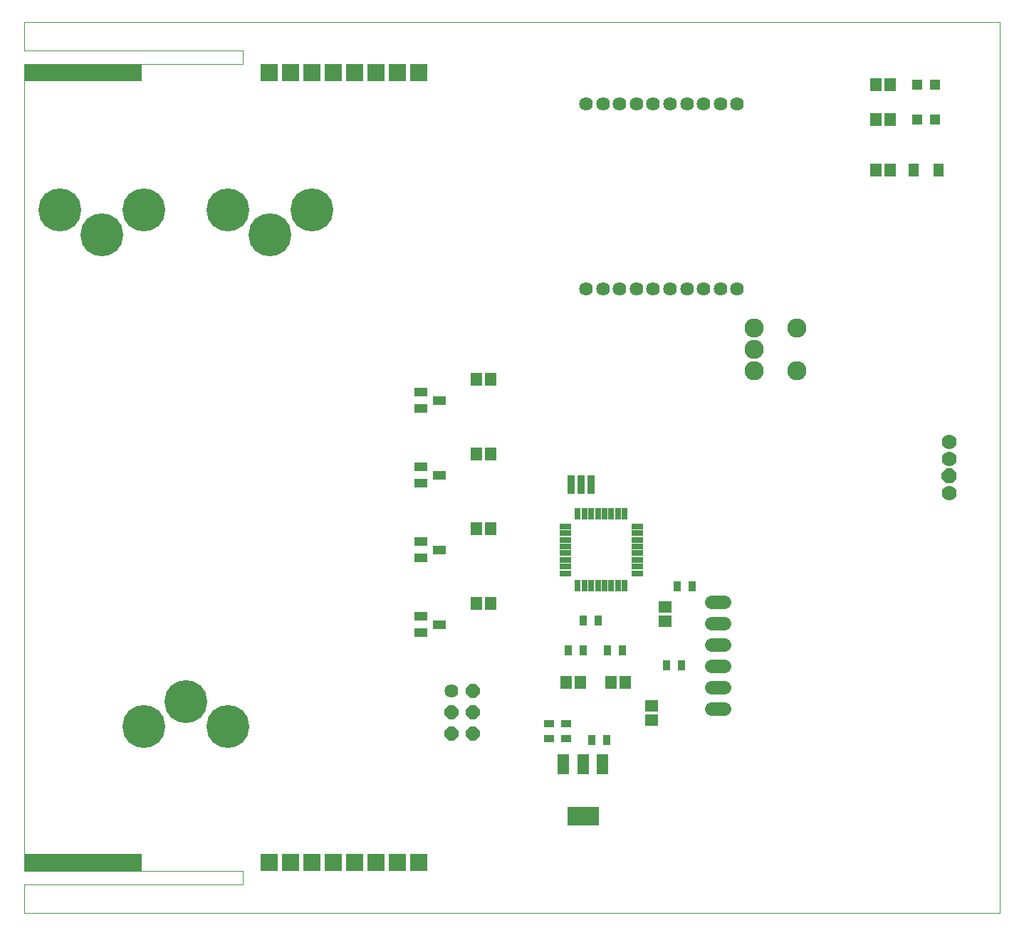
<source format=gts>
G75*
G70*
%OFA0B0*%
%FSLAX24Y24*%
%IPPOS*%
%LPD*%
%AMOC8*
5,1,8,0,0,1.08239X$1,22.5*
%
%ADD10C,0.0000*%
%ADD11R,0.5512X0.0787*%
%ADD12R,0.0631X0.0552*%
%ADD13R,0.0355X0.0512*%
%ADD14R,0.0512X0.0355*%
%ADD15C,0.0640*%
%ADD16OC8,0.0640*%
%ADD17R,0.0260X0.0540*%
%ADD18R,0.0540X0.0260*%
%ADD19R,0.0520X0.0920*%
%ADD20R,0.1457X0.0906*%
%ADD21C,0.0640*%
%ADD22R,0.0512X0.0591*%
%ADD23R,0.0552X0.0631*%
%ADD24R,0.0827X0.0827*%
%ADD25C,0.2009*%
%ADD26C,0.0900*%
%ADD27R,0.0591X0.0434*%
%ADD28R,0.0512X0.0512*%
%ADD29C,0.0700*%
%ADD30OC8,0.0700*%
%ADD31R,0.0355X0.0867*%
D10*
X000180Y000180D02*
X000180Y001519D01*
X010416Y001519D01*
X010416Y002149D01*
X000180Y002149D01*
X000180Y039944D01*
X010416Y039944D01*
X010416Y040574D01*
X000180Y040574D01*
X000180Y041912D01*
X045849Y041912D01*
X045849Y000180D01*
X000180Y000180D01*
D11*
X002936Y002542D03*
X002936Y039550D03*
D12*
X030180Y014515D03*
X030180Y013845D03*
X029530Y009865D03*
X029530Y009195D03*
D13*
X027434Y008280D03*
X026726Y008280D03*
X030226Y011780D03*
X030934Y011780D03*
X028184Y012480D03*
X027476Y012480D03*
X026334Y012480D03*
X025626Y012480D03*
X026326Y013880D03*
X027034Y013880D03*
X030726Y015480D03*
X031434Y015480D03*
D14*
X025530Y009034D03*
X025530Y008326D03*
X024730Y008326D03*
X024730Y009034D03*
D15*
X020180Y010580D03*
X026467Y029399D03*
X027255Y029399D03*
X028042Y029399D03*
X028830Y029399D03*
X029617Y029399D03*
X030404Y029399D03*
X031192Y029399D03*
X031979Y029399D03*
X032767Y029399D03*
X033554Y029399D03*
X033554Y038061D03*
X032767Y038061D03*
X031979Y038061D03*
X031192Y038061D03*
X030404Y038061D03*
X029617Y038061D03*
X028830Y038061D03*
X028042Y038061D03*
X027255Y038061D03*
X026467Y038061D03*
D16*
X021180Y010580D03*
X021180Y009580D03*
X021180Y008580D03*
X020180Y008580D03*
X020180Y009580D03*
D17*
X026078Y015490D03*
X026393Y015490D03*
X026708Y015490D03*
X027023Y015490D03*
X027337Y015490D03*
X027652Y015490D03*
X027967Y015490D03*
X028282Y015490D03*
X028282Y018870D03*
X027967Y018870D03*
X027652Y018870D03*
X027337Y018870D03*
X027023Y018870D03*
X026708Y018870D03*
X026393Y018870D03*
X026078Y018870D03*
D18*
X025490Y018282D03*
X025490Y017967D03*
X025490Y017652D03*
X025490Y017337D03*
X025490Y017023D03*
X025490Y016708D03*
X025490Y016393D03*
X025490Y016078D03*
X028870Y016078D03*
X028870Y016393D03*
X028870Y016708D03*
X028870Y017023D03*
X028870Y017337D03*
X028870Y017652D03*
X028870Y017967D03*
X028870Y018282D03*
D19*
X027240Y007150D03*
X026330Y007150D03*
X025420Y007150D03*
D20*
X026330Y004710D03*
D21*
X032330Y009730D02*
X032930Y009730D01*
X032930Y010730D02*
X032330Y010730D01*
X032330Y011730D02*
X032930Y011730D01*
X032930Y012730D02*
X032330Y012730D01*
X032330Y013730D02*
X032930Y013730D01*
X032930Y014730D02*
X032330Y014730D01*
D22*
X041789Y034980D03*
X042971Y034980D03*
D23*
X040715Y034980D03*
X040045Y034980D03*
X040045Y037330D03*
X040715Y037330D03*
X040715Y038980D03*
X040045Y038980D03*
X022015Y025180D03*
X021345Y025180D03*
X021345Y021680D03*
X022015Y021680D03*
X022015Y018180D03*
X021345Y018180D03*
X021345Y014680D03*
X022015Y014680D03*
X025545Y010980D03*
X026215Y010980D03*
X027645Y010980D03*
X028315Y010980D03*
D24*
X018641Y002542D03*
X017641Y002542D03*
X016641Y002542D03*
X015641Y002542D03*
X014641Y002542D03*
X013641Y002542D03*
X012641Y002542D03*
X011641Y002542D03*
X011641Y039550D03*
X012641Y039550D03*
X013641Y039550D03*
X014641Y039550D03*
X015641Y039550D03*
X016641Y039550D03*
X017641Y039550D03*
X018641Y039550D03*
D25*
X013645Y033115D03*
X011676Y031934D03*
X009708Y033115D03*
X005771Y033115D03*
X003802Y031934D03*
X001834Y033115D03*
X007739Y010068D03*
X005771Y008887D03*
X009708Y008887D03*
D26*
X034330Y025580D03*
X034330Y026580D03*
X034330Y027580D03*
X036330Y027580D03*
X036330Y025580D03*
D27*
X019613Y024180D03*
X018747Y023806D03*
X018747Y024554D03*
X018747Y021054D03*
X018747Y020306D03*
X019613Y020680D03*
X018747Y017554D03*
X018747Y016806D03*
X019613Y017180D03*
X018747Y014054D03*
X018747Y013306D03*
X019613Y013680D03*
D28*
X041967Y037330D03*
X042793Y037330D03*
X042793Y038980D03*
X041967Y038980D03*
D29*
X043487Y022246D03*
X043487Y021446D03*
X043487Y019846D03*
D30*
X043487Y020646D03*
D31*
X026702Y020230D03*
X026230Y020230D03*
X025758Y020230D03*
M02*

</source>
